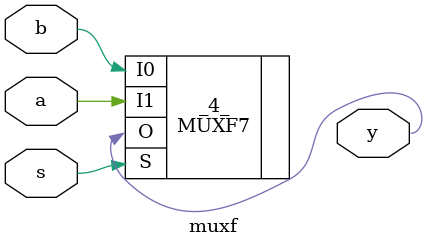
<source format=v>

module muxf (
    a,
    b,
    s,
    y
);
  input a;
  wire a;
  input b;
  wire b;
  input s;
  wire s;
  output y;
  wire y;
  MUXF7 _4_ (
      .I0(b),
      .I1(a),
      .S (s),
      .O (y)
  );

  // CHECK: (MUX s a b)
endmodule

</source>
